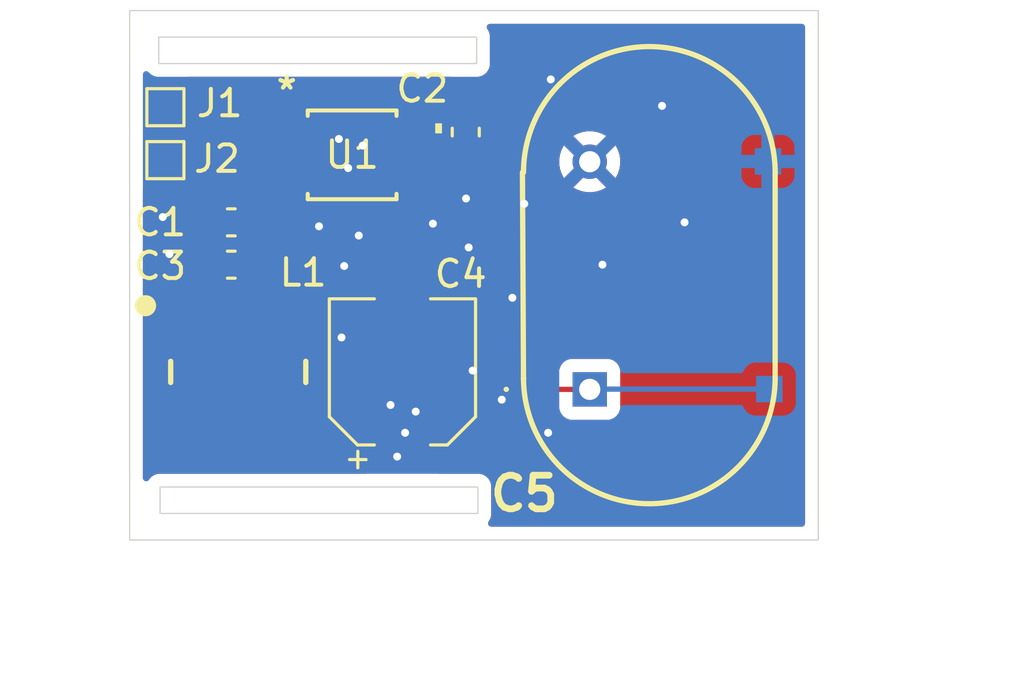
<source format=kicad_pcb>
(kicad_pcb (version 20241229) (generator "pcbnew") (generator_version "9.0")
  (layers (0 "F.Cu" signal) (2 "B.Cu" signal) (13 "F.Paste" user) (15 "B.Paste" user) (5 "F.SilkS" user "F.Silkscreen") (7 "B.SilkS" user "B.Silkscreen") (1 "F.Mask" user) (3 "B.Mask" user) (25 "Edge.Cuts" user))
  (net 0 "")
  (net 1 "GND")
  (net 2 "+3.3V")
  (net 3 "Net-(U1-D1)")
  (net 4 "Net-(U1-CAP)")
  (net 5 "Net-(U1-VIN)")
  (net 6 "Net-(J1-Pin_1)")
  (net 7 "Net-(U1-SW)")
  (net 8 "/PGOOD")
  (net 9 "Net-(J2-Pin_1)")
  (footprint "Capacitor_SMD:C_0603_1608Metric_Pad1.08x0.95mm_HandSolder" (layer "F.Cu") (at 152.6375 99.8)
    (property "Reference" "C1" (at -2.6875 0 0) (layer "F.SilkS"))
    (property "Value" "1u 6V")
    (fp_line (start -0.146267 -0.51) (end 0.146267 -0.51) (stroke (width 0.12)) (layer "F.SilkS"))
    (fp_line (start -0.146267 0.51) (end 0.146267 0.51) (stroke (width 0.12)) (layer "F.SilkS"))
    (pad "1" smd roundrect (at -0.8625 0) (size 1.075 0.95) (layers "F.Cu" "F.Mask" "F.Paste") (net 4 "Net-(U1-CAP)"))
    (pad "2" smd roundrect (at 0.8625 0) (size 1.075 0.95) (layers "F.Cu" "F.Mask" "F.Paste") (net 5 "Net-(U1-VIN)"))
  )
  (footprint "TestPoint:TestPoint_Pad_1.0x1.0mm" (layer "F.Cu") (at 150.15 95.45)
    (property "Reference" "J1" (at 2.05 -0.15 0) (layer "F.SilkS"))
    (property "Value" "Conn_01x01_Pin")
    (fp_line (start -0.7 -0.7) (end 0.7 -0.7) (stroke (width 0.12)) (layer "F.SilkS"))
    (fp_line (start -0.7 0.7) (end -0.7 -0.7) (stroke (width 0.12)) (layer "F.SilkS"))
    (fp_line (start 0.7 -0.7) (end 0.7 0.7) (stroke (width 0.12)) (layer "F.SilkS"))
    (fp_line (start 0.7 0.7) (end -0.7 0.7) (stroke (width 0.12)) (layer "F.SilkS"))
    (pad "1" smd rect (at 0 0) (size 1 1) (layers "F.Cu" "F.Mask") (net 6 "Net-(J1-Pin_1)"))
  )
  (footprint "Capacitor_SMD:C_0603_1608Metric_Pad1.08x0.95mm_HandSolder" (layer "F.Cu") (at 161.49 96.39 90)
    (property "Reference" "C2" (at 1.64 -1.64 180) (layer "F.SilkS"))
    (property "Value" "4.7u 6V")
    (fp_line (start -0.146267 -0.51) (end 0.146267 -0.51) (stroke (width 0.12)) (layer "F.SilkS"))
    (fp_line (start -0.146267 0.51) (end 0.146267 0.51) (stroke (width 0.12)) (layer "F.SilkS"))
    (pad "1" smd roundrect (at -0.8625 0 90) (size 1.075 0.95) (layers "F.Cu" "F.Mask" "F.Paste") (net 3 "Net-(U1-D1)"))
    (pad "2" smd roundrect (at 0.8625 0 90) (size 1.075 0.95) (layers "F.Cu" "F.Mask" "F.Paste") (net 1 "GND"))
  )
  (footprint "Piezo_EH_footprints:WE-HEPC_5030" (layer "F.Cu") (at 152.9 105.45)
    (property "Reference" "L1" (at 2.45 -3.75 180) (layer "F.SilkS"))
    (property "Value" "10u")
    (fp_line (start -2.55 -0.4) (end -2.55 0.4) (stroke (width 0.2)) (layer "F.SilkS"))
    (fp_line (start 2.55 0.4) (end 2.55 -0.4) (stroke (width 0.2)) (layer "F.SilkS"))
    (fp_circle (center -3.5 -2.5) (end -3.3 -2.5) (stroke (width 0.4)) (fill no) (layer "F.SilkS"))
    (pad "1" smd custom (at 0 -2.3) (size 5.3 0.9) (layers "F.Cu") (net 7 "Net-(U1-SW)") (options (clearance outline) (anchor rect)) (primitives (gr_poly (pts (xy -1.638 1.55) (xy -2.65 1.55) (xy -2.65 -0.45) (xy 2.65 -0.45) (xy 2.65 1.55) (xy 1.638 1.55) (xy 1.569 1.414) (xy 1.497 1.297) (xy 1.417 1.186) (xy 1.328 1.081) (xy 1.231 0.984) (xy 1.128 0.894) (xy 1.018 0.812) (xy 0.902 0.739) (xy 0.781 0.674) (xy 0.655 0.62) (xy 0.525 0.575) (xy 0.393 0.54) (xy 0.258 0.515) (xy 0.121 0.501) (xy -0.016 0.496) (xy -0.153 0.503) (xy -0.289 0.52) (xy -0.423 0.547) (xy -0.555 0.584) (xy -0.684 0.631) (xy -0.809 0.688) (xy -0.929 0.755) (xy -1.044 0.83) (xy -1.152 0.914) (xy -1.254 1.005) (xy -1.349 1.104) (xy -1.436 1.211) (xy -1.514 1.323) (xy -1.584 1.441) (xy -1.638 1.55)) (width 0.1) (fill yes))))
    (pad "2" smd custom (at 0 2.3) (size 5.1 0.9) (layers "F.Cu") (net 2 "+3.3V") (options (clearance outline) (anchor rect)) (primitives (gr_poly (pts (xy -2.65 -1.55) (xy -2.65 0.45) (xy 2.65 0.45) (xy 2.65 -1.55) (xy 1.638 -1.55) (xy 1.569 -1.414) (xy 1.497 -1.297) (xy 1.417 -1.186) (xy 1.328 -1.081) (xy 1.231 -0.984) (xy 1.128 -0.894) (xy 1.018 -0.812) (xy 0.902 -0.739) (xy 0.781 -0.674) (xy 0.655 -0.62) (xy 0.525 -0.575) (xy 0.393 -0.54) (xy 0.258 -0.515) (xy 0.121 -0.501) (xy -0.016 -0.496) (xy -0.153 -0.503) (xy -0.289 -0.52) (xy -0.423 -0.547) (xy -0.555 -0.584) (xy -0.684 -0.631) (xy -0.809 -0.688) (xy -0.929 -0.755) (xy -1.044 -0.83) (xy -1.152 -0.914) (xy -1.254 -1.005) (xy -1.349 -1.104) (xy -1.436 -1.211) (xy -1.514 -1.323) (xy -1.584 -1.441) (xy -1.638 -1.55) (xy -2.65 -1.55)) (width 0.1) (fill yes))))
  )
  (footprint "" (layer "F.Cu") (at 172.95 106.1)
    (property "Reference" "" (at 0 0 0) (layer "F.SilkS") (effects (font (size 1.27 1.27))))
    (property "Value" "")
    (pad "3" smd rect (at 0 0) (size 1 1) (layers "B.Cu" "B.Mask") (net 2 "+3.3V"))
  )
  (footprint "Piezo_EH_footprints:BMOD0001P005B02" (layer "F.Cu") (at 166.17 106.11 90)
    (property "Reference" "C5" (at -3.94 -2.47 180) (layer "F.SilkS") (effects (font (size 1.27 1.27) (thickness 0.254))))
    (property "Value" "Super_Cap" (hide yes))
    (fp_line (start 0 -3.2) (end 0 -3.2) (stroke (width 0.1)) (layer "F.SilkS"))
    (fp_line (start 0 -3.1) (end 0 -3.1) (stroke (width 0.1)) (layer "F.SilkS"))
    (fp_line (start 8.2 -2.54) (end 0.4 -2.5) (stroke (width 0.2)) (layer "F.SilkS"))
    (fp_line (start 0.4 -2.5) (end 0.4 -2.5) (stroke (width 0.2)) (layer "F.SilkS"))
    (fp_line (start 8.2 7) (end 8.2 7) (stroke (width 0.2)) (layer "F.SilkS"))
    (fp_line (start 0.4 7) (end 8.2 7) (stroke (width 0.2)) (layer "F.SilkS"))
    (fp_arc (start 0 -3.2) (mid 0.05 -3.15) (end 0 -3.1) (stroke (width 0.1)) (layer "F.SilkS"))
    (fp_arc (start 0 -3.1) (mid -0.05 -3.15) (end 0 -3.2) (stroke (width 0.1)) (layer "F.SilkS"))
    (fp_arc (start 8.2 -2.5) (mid 12.95 2.25) (end 8.2 7) (stroke (width 0.2)) (layer "F.SilkS"))
    (fp_arc (start 0.398258 6.999991) (mid -4.326061 2.249129) (end 0.4 -2.5) (stroke (width 0.2)) (layer "F.SilkS"))
    (pad "1" thru_hole rect (at 0 0 90) (size 1.3 1.3) (drill 0.8) (layers "*.Cu" "*.Mask") (net 2 "+3.3V"))
    (pad "2" thru_hole circle (at 8.6 0 90) (size 1.3 1.3) (drill 0.8) (layers "*.Cu" "*.Mask") (net 1 "GND"))
  )
  (footprint "Piezo_EH_footprints:MSOP-10_MSE_LIT" (layer "F.Cu") (at 157.2 97.25)
    (property "Reference" "U1" (at 0 0 0) (layer "F.SilkS"))
    (property "Value" "LTC3588IMSE-1-PBF")
    (fp_line (start -1.6764 -1.6764) (end -1.6764 -1.4732) (stroke (width 0.1524)) (layer "F.SilkS"))
    (fp_line (start -1.6764 1.4732) (end -1.6764 1.6764) (stroke (width 0.1524)) (layer "F.SilkS"))
    (fp_line (start -1.6764 1.6764) (end 1.6764 1.6764) (stroke (width 0.1524)) (layer "F.SilkS"))
    (fp_line (start 1.6764 -1.6764) (end -1.6764 -1.6764) (stroke (width 0.1524)) (layer "F.SilkS"))
    (fp_line (start 1.6764 -1.4732) (end 1.6764 -1.6764) (stroke (width 0.1524)) (layer "F.SilkS"))
    (fp_line (start 1.6764 1.6764) (end 1.6764 1.4732) (stroke (width 0.1524)) (layer "F.SilkS"))
    (fp_poly (pts (xy 3.3909 -1.19126) (xy 3.3909 -0.81026) (xy 3.1369 -0.81026) (xy 3.1369 -1.19126)) (fill yes) (layer "F.SilkS"))
    (fp_text user "*" (at -2.47015 -2.42316 0) (layer "F.SilkS"))
    (fp_text user "*" (at -2.47015 -2.42316 0) (layer "F.SilkS"))
    (pad "1" smd rect (at -2.21615 -1.00076) (size 1.3335 0.2794) (layers "F.Cu" "F.Mask" "F.Paste") (net 6 "Net-(J1-Pin_1)"))
    (pad "2" smd rect (at -2.21615 -0.50038) (size 1.3335 0.2794) (layers "F.Cu" "F.Mask" "F.Paste") (net 9 "Net-(J2-Pin_1)"))
    (pad "3" smd rect (at -2.21615 0) (size 1.3335 0.2794) (layers "F.Cu" "F.Mask" "F.Paste") (net 4 "Net-(U1-CAP)"))
    (pad "4" smd rect (at -2.21615 0.50038) (size 1.3335 0.2794) (layers "F.Cu" "F.Mask" "F.Paste") (net 5 "Net-(U1-VIN)"))
    (pad "5" smd rect (at -2.21615 1.00076) (size 1.3335 0.2794) (layers "F.Cu" "F.Mask" "F.Paste") (net 7 "Net-(U1-SW)"))
    (pad "6" smd rect (at 2.21615 1.00076) (size 1.3335 0.2794) (layers "F.Cu" "F.Mask" "F.Paste") (net 2 "+3.3V"))
    (pad "7" smd rect (at 2.21615 0.50038) (size 1.3335 0.2794) (layers "F.Cu" "F.Mask" "F.Paste") (net 3 "Net-(U1-D1)"))
    (pad "8" smd rect (at 2.21615 0) (size 1.3335 0.2794) (layers "F.Cu" "F.Mask" "F.Paste") (net 3 "Net-(U1-D1)"))
    (pad "9" smd rect (at 2.21615 -0.50038) (size 1.3335 0.2794) (layers "F.Cu" "F.Mask" "F.Paste") (net 1 "GND"))
    (pad "10" smd rect (at 2.21615 -1.00076) (size 1.3335 0.2794) (layers "F.Cu" "F.Mask" "F.Paste") (net 8 "/PGOOD"))
    (pad "EPAD" smd rect (at 0 0) (size 1.9304 2.159) (layers "F.Cu" "F.Mask" "F.Paste"))
  )
  (footprint "Capacitor_SMD:C_0603_1608Metric_Pad1.08x0.95mm_HandSolder" (layer "F.Cu") (at 152.6375 101.4)
    (property "Reference" "C3" (at -2.6875 0.05 0) (layer "F.SilkS"))
    (property "Value" "10u 25V")
    (fp_line (start -0.146267 -0.51) (end 0.146267 -0.51) (stroke (width 0.12)) (layer "F.SilkS"))
    (fp_line (start -0.146267 0.51) (end 0.146267 0.51) (stroke (width 0.12)) (layer "F.SilkS"))
    (pad "1" smd roundrect (at -0.8625 0) (size 1.075 0.95) (layers "F.Cu" "F.Mask" "F.Paste") (net 1 "GND"))
    (pad "2" smd roundrect (at 0.8625 0) (size 1.075 0.95) (layers "F.Cu" "F.Mask" "F.Paste") (net 5 "Net-(U1-VIN)"))
  )
  (footprint "" (layer "F.Cu") (at 172.9 97.5)
    (property "Reference" "" (at 0 0 0) (layer "F.SilkS") (effects (font (size 1.27 1.27))))
    (property "Value" "")
    (pad "4" smd rect (at 0 0) (size 1 1) (layers "B.Cu" "B.Mask") (net 1 "GND"))
  )
  (footprint "TestPoint:TestPoint_Pad_1.0x1.0mm" (layer "F.Cu") (at 150.15 97.45)
    (property "Reference" "J2" (at 1.95 -0.05 0) (layer "F.SilkS"))
    (property "Value" "Conn_01x01_Pin")
    (fp_line (start -0.7 -0.7) (end 0.7 -0.7) (stroke (width 0.12)) (layer "F.SilkS"))
    (fp_line (start -0.7 0.7) (end -0.7 -0.7) (stroke (width 0.12)) (layer "F.SilkS"))
    (fp_line (start 0.7 -0.7) (end 0.7 0.7) (stroke (width 0.12)) (layer "F.SilkS"))
    (fp_line (start 0.7 0.7) (end -0.7 0.7) (stroke (width 0.12)) (layer "F.SilkS"))
    (pad "2" smd rect (at 0 0) (size 1 1) (layers "F.Cu" "F.Mask") (net 9 "Net-(J2-Pin_1)"))
  )
  (footprint "Capacitor_SMD:CP_Elec_5x5.4" (layer "F.Cu") (at 159.1 105.45 90)
    (property "Reference" "C4" (at 3.7 2.2 180) (layer "F.SilkS"))
    (property "Value" "47u 6V")
    (fp_line (start 2.76 -2.76) (end 2.76 -1.06) (stroke (width 0.12)) (layer "F.SilkS"))
    (fp_line (start -1.695563 -2.76) (end 2.76 -2.76) (stroke (width 0.12)) (layer "F.SilkS"))
    (fp_line (start -3.3125 -1.9975) (end -3.3125 -1.3725) (stroke (width 0.12)) (layer "F.SilkS"))
    (fp_line (start -2.76 -1.695563) (end -1.695563 -2.76) (stroke (width 0.12)) (layer "F.SilkS"))
    (fp_line (start -2.76 -1.695563) (end -2.76 -1.06) (stroke (width 0.12)) (layer "F.SilkS"))
    (fp_line (start -3.625 -1.685) (end -3 -1.685) (stroke (width 0.12)) (layer "F.SilkS"))
    (fp_line (start -2.76 1.695563) (end -2.76 1.06) (stroke (width 0.12)) (layer "F.SilkS"))
    (fp_line (start -2.76 1.695563) (end -1.695563 2.76) (stroke (width 0.12)) (layer "F.SilkS"))
    (fp_line (start 2.76 2.76) (end 2.76 1.06) (stroke (width 0.12)) (layer "F.SilkS"))
    (fp_line (start -1.695563 2.76) (end 2.76 2.76) (stroke (width 0.12)) (layer "F.SilkS"))
    (pad "1" smd roundrect (at -2.2 0 90) (size 3 1.6) (layers "F.Cu" "F.Mask" "F.Paste") (roundrect_rratio 0.15625) (net 1 "GND"))
    (pad "2" smd roundrect (at 2.2 0 90) (size 3 1.6) (layers "F.Cu" "F.Mask" "F.Paste") (roundrect_rratio 0.15625) (net 2 "+3.3V"))
  )
  (gr_rect (start 149.95 109.8) (end 161.95 110.8) (stroke (width 0.05)) (fill no) (layer "Edge.Cuts"))
  (gr_rect (start 148.8 91.8) (end 174.8 111.8) (stroke (width 0.05)) (fill no) (layer "Edge.Cuts"))
  (gr_rect (start 149.9 92.8) (end 161.9 93.8) (stroke (width 0.05)) (fill no) (layer "Edge.Cuts"))
  (segment (start 159.41615 96.74962) (end 160.31038 96.74962) (width 0.2) (layer "F.Cu") (net 1))
  (segment (start 150.7 101.4) (end 150.3 101) (width 0.2) (layer "F.Cu") (net 1))
  (segment (start 160.31038 96.74962) (end 161.49 95.57) (width 0.2) (layer "F.Cu") (net 1))
  (segment (start 161.49 95.57) (end 161.49 95.5275) (width 0.2) (layer "F.Cu") (net 1))
  (segment (start 151.775 101.4) (end 150.7 101.4) (width 0.2) (layer "F.Cu") (net 1))
  (via (at 163.7 99.1) (size 0.6) (drill 0.3) (layers "F.Cu" "B.Cu") (net 1))
  (via (at 157.05 97.75) (size 0.6) (drill 0.3) (layers "F.Cu" "B.Cu") (net 1))
  (via (at 157.6 96.9) (size 0.6) (drill 0.3) (layers "F.Cu" "B.Cu") (net 1))
  (via (at 156.7 96.65) (size 0.6) (drill 0.3) (layers "F.Cu" "B.Cu") (net 1))
  (via (at 157.45 100.3) (size 0.6) (drill 0.3) (layers "F.Cu" "B.Cu") (net 1))
  (via (at 159.2 107.75) (size 0.6) (drill 0.3) (layers "F.Cu" "B.Cu") (net 1))
  (via (at 168.9 95.4) (size 0.6) (drill 0.3) (layers "F.Cu" "B.Cu") (net 1))
  (via (at 164.6 107.75) (size 0.6) (drill 0.3) (layers "F.Cu" "B.Cu") (net 1))
  (via (at 164.7 94.4) (size 0.6) (drill 0.3) (layers "F.Cu" "B.Cu") (net 1))
  (via (at 156.8 104.15) (size 0.6) (drill 0.3) (layers "F.Cu" "B.Cu") (net 1))
  (via (at 159.6 106.95) (size 0.6) (drill 0.3) (layers "F.Cu" "B.Cu") (net 1))
  (via (at 163.25 102.65) (size 0.6) (drill 0.3) (layers "F.Cu" "B.Cu") (net 1))
  (via (at 161.6 100.75) (size 0.6) (drill 0.3) (layers "F.Cu" "B.Cu") (net 1))
  (via (at 166.65 101.4) (size 0.6) (drill 0.3) (layers "F.Cu" "B.Cu") (net 1))
  (via (at 156.9 101.45) (size 0.6) (drill 0.3) (layers "F.Cu" "B.Cu") (net 1))
  (via (at 169.75 99.8) (size 0.6) (drill 0.3) (layers "F.Cu" "B.Cu") (net 1))
  (via (at 161.75 105.4) (size 0.6) (drill 0.3) (layers "F.Cu" "B.Cu") (net 1))
  (via (at 162.85 106.5) (size 0.6) (drill 0.3) (layers "F.Cu" "B.Cu") (net 1))
  (via (at 160.25 99.85) (size 0.6) (drill 0.3) (layers "F.Cu" "B.Cu") (net 1))
  (via (at 155.95 99.95) (size 0.6) (drill 0.3) (layers "F.Cu" "B.Cu") (net 1))
  (via (at 161.5 98.9) (size 0.6) (drill 0.3) (layers "F.Cu" "B.Cu") (net 1))
  (via (at 150.3 101) (size 0.6) (drill 0.3) (layers "F.Cu" "B.Cu") (net 1))
  (via (at 158.65 106.7) (size 0.6) (drill 0.3) (layers "F.Cu" "B.Cu") (net 1))
  (via (at 158.9 108.65) (size 0.6) (drill 0.3) (layers "F.Cu" "B.Cu") (net 1))
  (via (at 150.05 99.6) (size 0.6) (drill 0.3) (layers "F.Cu" "B.Cu") (net 1))
  (segment (start 159.41615 98.25076) (end 159.41615 102.93385) (width 0.2) (layer "F.Cu") (net 2))
  (segment (start 166.17 106.11) (end 164.71 106.11) (width 0.2) (layer "F.Cu") (net 2))
  (segment (start 159.41615 102.93385) (end 159.1 103.25) (width 0.2) (layer "F.Cu") (net 2))
  (segment (start 161.85 103.25) (end 159.1 103.25) (width 0.2) (layer "F.Cu") (net 2))
  (segment (start 164.71 106.11) (end 161.85 103.25) (width 0.2) (layer "F.Cu") (net 2))
  (segment (start 155.1 107.75) (end 159.1 103.75) (width 0.2) (layer "F.Cu") (net 2))
  (segment (start 159.1 103.75) (end 159.1 103.25) (width 0.2) (layer "F.Cu") (net 2))
  (segment (start 152.9 107.75) (end 155.1 107.75) (width 0.2) (layer "F.Cu") (net 2))
  (segment (start 166.18 106.1) (end 172.95 106.1) (width 0.2) (layer "B.Cu") (net 2))
  (segment (start 166.17 106.11) (end 166.18 106.1) (width 0.2) (layer "B.Cu") (net 2))
  (segment (start 159.5225 97.2525) (end 161.49 97.2525) (width 0.2) (layer "F.Cu") (net 3))
  (segment (start 159.41615 97.75038) (end 159.41615 97.25) (width 0.2) (layer "F.Cu") (net 3))
  (segment (start 159.41615 97.25) (end 159.52 97.25) (width 0.2) (layer "F.Cu") (net 3))
  (segment (start 159.52 97.25) (end 159.5225 97.2525) (width 0.2) (layer "F.Cu") (net 3))
  (segment (start 151.775 99.35) (end 151.775 99.8) (width 0.2) (layer "F.Cu") (net 4))
  (segment (start 154.98385 97.25) (end 153.875 97.25) (width 0.2) (layer "F.Cu") (net 4))
  (segment (start 153.875 97.25) (end 151.775 99.35) (width 0.2) (layer "F.Cu") (net 4))
  (segment (start 153.5 101.4) (end 153.5 99.8) (width 0.2) (layer "F.Cu") (net 5))
  (segment (start 154.98385 97.75038) (end 154.07578 97.75038) (width 0.2) (layer "F.Cu") (net 5))
  (segment (start 154.07578 97.75038) (end 153.5 98.32616) (width 0.2) (layer "F.Cu") (net 5))
  (segment (start 153.5 98.32616) (end 153.5 99.8) (width 0.2) (layer "F.Cu") (net 5))
  (segment (start 152.8 95.45) (end 150.15 95.45) (width 0.2) (layer "F.Cu") (net 6))
  (segment (start 153.59924 96.24924) (end 152.8 95.45) (width 0.2) (layer "F.Cu") (net 6))
  (segment (start 154.98385 96.24924) (end 153.59924 96.24924) (width 0.2) (layer "F.Cu") (net 6))
  (segment (start 155 98.26691) (end 154.98385 98.25076) (width 0.2) (layer "F.Cu") (net 7))
  (segment (start 154.5 103.15) (end 155 102.65) (width 0.2) (layer "F.Cu") (net 7))
  (segment (start 152.9 103.15) (end 154.5 103.15) (width 0.2) (layer "F.Cu") (net 7))
  (segment (start 152.9 103.15) (end 154.3 103.15) (width 0.2) (layer "F.Cu") (net 7))
  (segment (start 155 102.65) (end 155 98.26691) (width 0.2) (layer "F.Cu") (net 7))
  (segment (start 154.3 103.15) (end 154.6 102.85) (width 0.2) (layer "F.Cu") (net 7))
  (segment (start 154.98385 96.74962) (end 153.60038 96.74962) (width 0.2) (layer "F.Cu") (net 9))
  (segment (start 153.60038 96.74962) (end 152.9 97.45) (width 0.2) (layer "F.Cu") (net 9))
  (segment (start 152.9 97.45) (end 150.15 97.45) (width 0.2) (layer "F.Cu") (net 9))
  (zone (net 1) (net_name "GND") (layers "F.Cu" "B.Cu") (connect_pads (clearance 0.5)) (min_thickness 0.25) (fill yes (thermal_gap 0.5) (thermal_bridge_width 0.5))
    (polygon (pts (xy 148.35 91.4) (xy 175.3 91.4) (xy 175.4 91.5) (xy 175.4 112.35) (xy 148.2 112.35) (xy 148.15 112.3) (xy 148.15 91.6)))
  )
)
</source>
